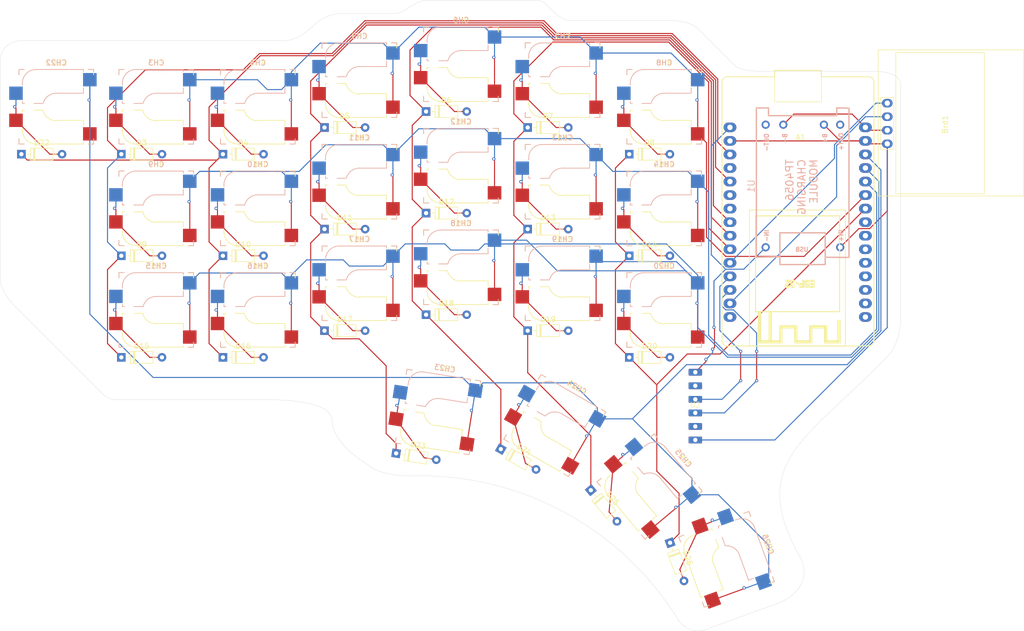
<source format=kicad_pcb>
(kicad_pcb (version 20241229) (generator "pcbnew") (generator_version "9.0")
  (layers (0 "F.Cu" signal) (2 "B.Cu" signal) (13 "F.Paste" user) (15 "B.Paste" user) (5 "F.SilkS" user "F.Silkscreen") (7 "B.SilkS" user "B.Silkscreen") (1 "F.Mask" user) (3 "B.Mask" user) (25 "Edge.Cuts" user))
  (net 0 "")
  (net 1 "Net-(D4-A)")
  (net 2 "Net-(D5-A)")
  (net 3 "Net-(D3-A)")
  (net 4 "Net-(D6-A)")
  (net 5 "Net-(D7-A)")
  (net 6 "Net-(D8-A)")
  (net 7 "Net-(D9-A)")
  (net 8 "VCC")
  (net 9 "/Row1")
  (net 10 "/Col4")
  (net 11 "Earth")
  (net 12 "Net-(D10-A)")
  (net 13 "Net-(D11-A)")
  (net 14 "Net-(D12-A)")
  (net 15 "Net-(D13-A)")
  (net 16 "Net-(D14-A)")
  (net 17 "/Row4")
  (net 18 "Net-(D15-A)")
  (net 19 "Net-(D16-A)")
  (net 20 "Net-(D17-A)")
  (net 21 "Net-(D18-A)")
  (net 22 "Net-(D19-A)")
  (net 23 "Net-(D20-A)")
  (net 24 "Net-(D22-A)")
  (net 25 "/Col1")
  (net 26 "Net-(D23-A)")
  (net 27 "Net-(D24-A)")
  (net 28 "Net-(D25-A)")
  (net 29 "Net-(D26-A)")
  (net 30 "/Col5")
  (net 31 "/Col6")
  (net 32 "/Row2")
  (net 33 "/Col2")
  (net 34 "/Col3")
  (net 35 "/Row3")
  (net 45 "/RX")
  (net 47 "/TX")
  (net 50 "-3V3")
  (net 51 "/SDA")
  (net 52 "/SCL")
  (net 53 "Net-(BT1-+)")
  (net 54 "Net-(BT1--)")
  (footprint "Library:Kailh_socket_MX_reversible" (layer "F.Cu") (at 196.863462 145.501639 -70)
    (property "Reference" "CH26")
    (property "Value" "KS33_SW_HS")
  )
  (footprint "Library:Kailh_socket_MX_reversible" (layer "F.Cu") (at 147.06 90.738)
    (property "Reference" "CH18")
    (property "Value" "KS33_SW_HS")
  )
  (footprint "Library:Kailh_socket_MX_reversible" (layer "F.Cu") (at 166.11 74.688)
    (property "Reference" "CH13")
    (property "Value" "KS33_SW_HS")
  )
  (footprint "Diode_THT:D_DO-35_SOD27_P7.62mm_Horizontal" (layer "F.Cu") (at 83.366 88.578)
    (property "Reference" "D9")
    (property "Value" "1N4148")
  )
  (footprint "Library:Kailh_socket_MX_reversible" (layer "F.Cu") (at 166.11 93.738)
    (property "Reference" "CH19")
    (property "Value" "KS33_SW_HS")
  )
  (footprint "Library:Kailh_socket_MX_reversible" (layer "F.Cu") (at 147.06 71.688)
    (property "Reference" "CH12")
    (property "Value" "KS33_SW_HS")
  )
  (footprint "Diode_THT:D_DO-35_SOD27_P7.62mm_Horizontal" (layer "F.Cu") (at 159.566 102.628)
    (property "Reference" "D19")
    (property "Value" "1N4148")
  )
  (footprint "Library:Kailh_socket_MX_reversible" (layer "F.Cu") (at 182.426 131.838 -50)
    (property "Reference" "CH25")
    (property "Value" "KS33_SW_HS")
  )
  (footprint "PCM_SL_Development_Boards:DOIT_ESP32_DEVKIT_30Pins" (layer "F.Cu") (at 197.5 64.5)
    (property "Reference" "A1")
    (property "Value" "ESP32_DevKit_V1_DOIT_30GPIOs")
  )
  (footprint "Library:Kailh_socket_MX_reversible" (layer "F.Cu") (at 185.16 98.738)
    (property "Reference" "CH20")
    (property "Value" "KS33_SW_HS")
  )
  (footprint "Library:Kailh_socket_MX_reversible" (layer "F.Cu") (at 128.01 55.638)
    (property "Reference" "CH5")
    (property "Value" "KS33_SW_HS")
  )
  (footprint "Diode_THT:D_DO-35_SOD27_P7.62mm_Horizontal" (layer "F.Cu") (at 102.416 107.628)
    (property "Reference" "D16")
    (property "Value" "1N4148")
  )
  (footprint "Diode_THT:D_DO-35_SOD27_P7.62mm_Horizontal" (layer "F.Cu") (at 83.366 69.528)
    (property "Reference" "D3")
    (property "Value" "1N4148")
  )
  (footprint "Diode_THT:D_DO-35_SOD27_P7.62mm_Horizontal" (layer "F.Cu") (at 140.516 80.578)
    (property "Reference" "D12")
    (property "Value" "1N4148")
  )
  (footprint "Library:Kailh_socket_MX_reversible" (layer "F.Cu") (at 147.06 52.638)
    (property "Reference" "CH6")
    (property "Value" "KS33_SW_HS")
  )
  (footprint "Diode_THT:D_DO-35_SOD27_P7.62mm_Horizontal" (layer "F.Cu") (at 178.616 88.578)
    (property "Reference" "D14")
    (property "Value" "1N4148")
  )
  (footprint "Library:Kailh_socket_MX_reversible" (layer "F.Cu") (at 89.91 79.688)
    (property "Reference" "CH9")
    (property "Value" "KS33_SW_HS")
  )
  (footprint "Library:CH340C_pins" (layer "F.Cu") (at 191 117.04)
    (property "Reference" "U2")
    (property "Value" "~")
  )
  (footprint "Diode_THT:D_DO-35_SOD27_P7.62mm_Horizontal" (layer "F.Cu") (at 154.53373 124.834966 -30)
    (property "Reference" "D24")
    (property "Value" "1N4148")
  )
  (footprint "Library:Kailh_socket_MX_reversible" (layer "F.Cu") (at 128.01 93.738)
    (property "Reference" "CH17")
    (property "Value" "KS33_SW_HS")
  )
  (footprint "Library:Kailh_socket_MX_reversible" (layer "F.Cu") (at 128.01 74.688)
    (property "Reference" "CH11")
    (property "Value" "KS33_SW_HS")
  )
  (footprint "Diode_THT:D_DO-35_SOD27_P7.62mm_Horizontal" (layer "F.Cu") (at 178.616 69.528)
    (property "Reference" "D8")
    (property "Value" "1N4148")
  )
  (footprint "Library:Kailh_socket_MX_reversible" (layer "F.Cu") (at 108.96 79.688)
    (property "Reference" "CH10")
    (property "Value" "KS33_SW_HS")
  )
  (footprint "Diode_THT:D_DO-35_SOD27_P7.62mm_Horizontal" (layer "F.Cu") (at 171.409463 132.539387 -50)
    (property "Reference" "D25")
    (property "Value" "1N4148")
  )
  (footprint "Diode_THT:D_DO-35_SOD27_P7.62mm_Horizontal" (layer "F.Cu") (at 134.898063 125.624843 -9)
    (property "Reference" "D23")
    (property "Value" "1N4148")
  )
  (footprint "Diode_THT:D_DO-35_SOD27_P7.62mm_Horizontal" (layer "F.Cu") (at 102.416 69.528)
    (property "Reference" "D4")
    (property "Value" "1N4148")
  )
  (footprint "Diode_THT:D_DO-35_SOD27_P7.62mm_Horizontal" (layer "F.Cu") (at 159.566 64.528)
    (property "Reference" "D7")
    (property "Value" "1N4148")
  )
  (footprint "Diode_THT:D_DO-35_SOD27_P7.62mm_Horizontal" (layer "F.Cu") (at 83.366 107.628)
    (property "Reference" "D15")
    (property "Value" "1N4148")
  )
  (footprint "Library:Kailh_socket_MX_reversible" (layer "F.Cu") (at 89.91 98.738)
    (property "Reference" "CH15")
    (property "Value" "KS33_SW_HS")
  )
  (footprint "Library:Kailh_socket_MX_reversible" (layer "F.Cu") (at 108.96 60.638)
    (property "Reference" "CH4")
    (property "Value" "KS33_SW_HS")
  )
  (footprint "Library:Kailh_socket_MX_reversible" (layer "F.Cu") (at 185.16 60.638)
    (property "Reference" "CH8")
    (property "Value" "KS33_SW_HS")
  )
  (footprint "Diode_THT:D_DO-35_SOD27_P7.62mm_Horizontal" (layer "F.Cu") (at 140.516 99.628)
    (property "Reference" "D18")
    (property "Value" "1N4148")
  )
  (footprint "Library:Kailh_socket_MX_reversible" (layer "F.Cu") (at 185.16 79.688)
    (property "Reference" "CH14")
    (property "Value" "KS33_SW_HS")
  )
  (footprint "Library:SSD1306" (layer "F.Cu") (at 237.6 63.96 90)
    (property "Reference" "Brd1")
    (property "Value" "SSD1306")
  )
  (footprint "Diode_THT:D_DO-35_SOD27_P7.62mm_Horizontal" (layer "F.Cu") (at 102.416 88.578)
    (property "Reference" "D10")
    (property "Value" "1N4148")
  )
  (footprint "Diode_THT:D_DO-35_SOD27_P7.62mm_Horizontal" (layer "F.Cu") (at 186.271415 142.39285 -70)
    (property "Reference" "D26")
    (property "Value" "1N4148")
  )
  (footprint "Diode_THT:D_DO-35_SOD27_P7.62mm_Horizontal" (layer "F.Cu") (at 159.566 83.578)
    (property "Reference" "D13")
    (property "Value" "1N4148")
  )
  (footprint "Library:Kailh_socket_MX_reversible" (layer "F.Cu") (at 166.11 55.638)
    (property "Reference" "CH7")
    (property "Value" "KS33_SW_HS")
  )
  (footprint "Diode_THT:D_DO-35_SOD27_P7.62mm_Horizontal" (layer "F.Cu") (at 121.466 102.628)
    (property "Reference" "D17")
    (property "Value" "1N4148")
  )
  (footprint "Diode_THT:D_DO-35_SOD27_P7.62mm_Horizontal" (layer "F.Cu") (at 140.516 61.528)
    (property "Reference" "D6")
    (property "Value" "1N4148")
  )
  (footprint "Diode_THT:D_DO-35_SOD27_P7.62mm_Horizontal" (layer "F.Cu") (at 64.627881 69.528)
    (property "Reference" "D22")
    (property "Value" "1N4148")
  )
  (footprint "Library:Kailh_socket_MX_reversible" (layer "F.Cu") (at 164.646 120.408 -30)
    (property "Reference" "CH24")
    (property "Value" "KS33_SW_HS")
  )
  (footprint "Diode_THT:D_DO-35_SOD27_P7.62mm_Horizontal" (layer "F.Cu") (at 121.466 64.528)
    (property "Reference" "D5")
    (property "Value" "1N4148")
  )
  (footprint "Library:Kailh_socket_MX_reversible" (layer "F.Cu") (at 71.171881 60.638)
    (property "Reference" "CH22")
    (property "Value" "KS33_SW_HS")
  )
  (footprint "Library:Kailh_socket_MX_reversible" (layer "F.Cu") (at 108.96 98.738)
    (property "Reference" "CH16")
    (property "Value" "KS33_SW_HS")
  )
  (footprint "Library:Kailh_socket_MX_reversible" (layer "F.Cu") (at 142.752198 117.868 -9)
    (property "Reference" "CH23")
    (property "Value" "KS33_SW_HS")
  )
  (footprint "Library:Kailh_socket_MX_reversible" (layer "F.Cu") (at 89.91 60.638)
    (property "Reference" "CH3")
    (property "Value" "KS33_SW_HS")
  )
  (footprint "Diode_THT:D_DO-35_SOD27_P7.62mm_Horizontal" (layer "F.Cu") (at 121.466 83.578)
    (property "Reference" "D11")
    (property "Value" "1N4148")
  )
  (footprint "Diode_THT:D_DO-35_SOD27_P7.62mm_Horizontal" (layer "F.Cu") (at 178.616 107.628)
    (property "Reference" "D20")
    (property "Value" "1N4148")
  )
  (footprint "Library:HAYATEC TP4056 LIPO CHARGING MODULE" (layer "B.Cu") (at 211.056 76.065 -90)
    (property "Reference" "U1")
    (property "Value" "~")
  )
  (gr_curve (pts (xy 159.7 40.64) (xy 162.24 40.64) (xy 162.24 40.64) (xy 164.145 42.545)) (stroke (width 0.05)) (layer "Edge.Cuts"))
  (gr_arc (start 60.64 52.07) (mid 61.755923 49.375923) (end 64.45 48.26) (stroke (width 0.05)) (layer "Edge.Cuts"))
  (gr_line (start 124.14 43.18) (end 133.03 43.18) (stroke (width 0.05)) (layer "Edge.Cuts"))
  (gr_curve (pts (xy 191.5 46) (xy 189.95 44.45) (xy 186.37 44.45) (xy 186.37 44.45)) (stroke (width 0.05)) (layer "Edge.Cuts"))
  (gr_curve (pts (xy 210.5 144.78) (xy 213.848159 151.067033) (xy 206.69 153.67) (xy 206.69 153.67)) (stroke (width 0.05)) (layer "Edge.Cuts"))
  (gr_line (start 140.65 40.64) (end 159.7 40.64) (stroke (width 0.05)) (layer "Edge.Cuts"))
  (gr_curve (pts (xy 111 115.57) (xy 114.5 115.57) (xy 122.87 116) (xy 122.87 119.38)) (stroke (width 0.05)) (layer "Edge.Cuts"))
  (gr_line (start 191.5 46) (end 198.5 53) (stroke (width 0.05)) (layer "Edge.Cuts"))
  (gr_curve (pts (xy 133.03 43.18) (xy 135.57 43.18) (xy 135.57 43.18) (xy 137.475 41.91)) (stroke (width 0.05)) (layer "Edge.Cuts"))
  (gr_curve (pts (xy 164.145 42.545) (xy 166.05 44.45) (xy 167.32 44.45) (xy 167.32 44.45)) (stroke (width 0.05)) (layer "Edge.Cuts"))
  (gr_line (start 203.5 54) (end 225 54) (stroke (width 0.05)) (layer "Edge.Cuts"))
  (gr_curve (pts (xy 139.38 129.822924) (xy 133.100075 130.170739) (xy 130.542563 128.425554) (xy 130.542563 128.425554)) (stroke (width 0.05)) (layer "Edge.Cuts"))
  (gr_curve (pts (xy 227 107.5) (xy 229.5 105) (xy 229.5 100.5) (xy 229.5 100.5)) (stroke (width 0.05)) (layer "Edge.Cuts"))
  (gr_arc (start 139.38 129.822924) (mid 166.829985 136.886761) (end 187.460481 156.323379) (stroke (width 0.05)) (layer "Edge.Cuts"))
  (gr_curve (pts (xy 122.87 119.38) (xy 122.87 123.19) (xy 127.985042 126.680369) (xy 127.985042 126.680369)) (stroke (width 0.05)) (layer "Edge.Cuts"))
  (gr_line (start 227 107.5) (end 224.5 110) (stroke (width 0.05)) (layer "Edge.Cuts"))
  (gr_curve (pts (xy 210.5 144.78) (xy 201 128) (xy 211.5 123) (xy 224.5 110)) (stroke (width 0.05)) (layer "Edge.Cuts"))
  (gr_line (start 60.64 52.07) (end 60.64 92.71) (stroke (width 0.05)) (layer "Edge.Cuts"))
  (gr_curve (pts (xy 229.5 56.5) (xy 229.5 54) (xy 225 54) (xy 225 54)) (stroke (width 0.05)) (layer "Edge.Cuts"))
  (gr_line (start 64.45 48.26) (end 113.98 48.26) (stroke (width 0.05)) (layer "Edge.Cuts"))
  (gr_curve (pts (xy 60.64 92.71) (xy 60.64 95.25) (xy 63.18 97.79) (xy 63.18 97.79)) (stroke (width 0.05)) (layer "Edge.Cuts"))
  (gr_line (start 130.542563 128.425553) (end 127.985042 126.680369) (stroke (width 0.05)) (layer "Edge.Cuts"))
  (gr_line (start 111 115.57) (end 82.23 115.57) (stroke (width 0.05)) (layer "Edge.Cuts"))
  (gr_line (start 167.32 44.45) (end 186.37 44.45) (stroke (width 0.05)) (layer "Edge.Cuts"))
  (gr_curve (pts (xy 198.5 53) (xy 199.5 54) (xy 203.5 54) (xy 203.5 54)) (stroke (width 0.05)) (layer "Edge.Cuts"))
  (gr_line (start 63.18 97.79) (end 79.69 114.3) (stroke (width 0.05)) (layer "Edge.Cuts"))
  (gr_curve (pts (xy 137.475 41.91) (xy 139.38 40.64) (xy 140.65 40.64) (xy 140.65 40.64)) (stroke (width 0.05)) (layer "Edge.Cuts"))
  (gr_curve (pts (xy 79.69 114.3) (xy 80.96 115.57) (xy 82.23 115.57) (xy 82.23 115.57)) (stroke (width 0.05)) (layer "Edge.Cuts"))
  (gr_line (start 229.5 56.5) (end 229.5 100.5) (stroke (width 0.05)) (layer "Edge.Cuts"))
  (gr_curve (pts (xy 187.460481 156.323379) (xy 189.534717 159.887601) (xy 192.72 158.75) (xy 192.72 158.75)) (stroke (width 0.05)) (layer "Edge.Cuts"))
  (gr_curve (pts (xy 113.98 48.26) (xy 116.52 48.26) (xy 119.06 45.72) (xy 119.06 45.72)) (stroke (width 0.05)) (layer "Edge.Cuts"))
  (gr_line (start 192.72 158.75) (end 206.69 153.67) (stroke (width 0.05)) (layer "Edge.Cuts"))
  (gr_curve (pts (xy 119.06 45.72) (xy 121.6 43.18) (xy 124.14 43.18) (xy 124.14 43.18)) (stroke (width 0.05)) (layer "Edge.Cuts"))
  (segment (start 101.4 60.892) (end 101.146 60.638) (width 0.2) (layer "F.Cu") (net 1))
  (segment (start 107.75 69.528) (end 110.036 69.528) (width 0.2) (layer "F.Cu") (net 1))
  (segment (start 101.4 63.178) (end 107.75 69.528) (width 0.2) (layer "F.Cu") (net 1))
  (segment (start 101.4 63.178) (end 101.4 60.892) (width 0.2) (layer "F.Cu") (net 1))
  (via (at 101.146 60.638) (size 0.6) (drill 0.3) (layers "F.Cu" "B.Cu") (net 1))
  (segment (start 101.4 60.384) (end 101.146 60.638) (width 0.2) (layer "B.Cu") (net 1))
  (segment (start 101.4 58.098) (end 101.4 60.384) (width 0.2) (layer "B.Cu") (net 1))
  (segment (start 126.8 64.528) (end 129.086 64.528) (width 0.2) (layer "F.Cu") (net 2))
  (segment (start 120.45 58.178) (end 126.8 64.528) (width 0.2) (layer "F.Cu") (net 2))
  (segment (start 120.45 55.892) (end 120.196 55.638) (width 0.2) (layer "F.Cu") (net 2))
  (segment (start 120.45 58.178) (end 120.45 55.892) (width 0.2) (layer "F.Cu") (net 2))
  (via (at 120.196 55.638) (size 0.6) (drill 0.3) (layers "F.Cu" "B.Cu") (net 2))
  (segment (start 120.45 53.098) (end 120.45 55.384) (width 0.2) (layer "B.Cu") (net 2))
  (segment (start 120.45 55.384) (end 120.196 55.638) (width 0.2) (layer "B.Cu") (net 2))
  (segment (start 88.7 69.528) (end 90.986 69.528) (width 0.2) (layer "F.Cu") (net 3))
  (segment (start 82.35 63.178) (end 88.7 69.528) (width 0.2) (layer "F.Cu") (net 3))
  (segment (start 82.35 60.892) (end 82.096 60.638) (width 0.2) (layer "F.Cu") (net 3))
  (segment (start 82.35 63.178) (end 82.35 60.892) (width 0.2) (layer "F.Cu") (net 3))
  (via (at 82.096 60.638) (size 0.6) (drill 0.3) (layers "F.Cu" "B.Cu") (net 3))
  (segment (start 82.35 58.098) (end 82.35 60.384) (width 0.2) (layer "B.Cu") (net 3))
  (segment (start 82.35 60.384) (end 82.096 60.638) (width 0.2) (layer "B.Cu") (net 3))
  (segment (start 139.5 52.892) (end 139.246 52.638) (width 0.2) (layer "F.Cu") (net 4))
  (segment (start 139.5 55.178) (end 139.5 52.892) (width 0.2) (layer "F.Cu") (net 4))
  (segment (start 139.5 55.178) (end 145.85 61.528) (width 0.2) (layer "F.Cu") (net 4))
  (segment (start 145.85 61.528) (end 148.136 61.528) (width 0.2) (layer "F.Cu") (net 4))
  (via (at 139.246 52.638) (size 0.6) (drill 0.3) (layers "F.Cu" "B.Cu") (net 4))
  (segment (start 139.5 52.384) (end 139.246 52.638) (width 0.2) (layer "B.Cu") (net 4))
  (segment (start 139.5 50.098) (end 139.5 52.384) (width 0.2) (layer "B.Cu") (net 4))
  (segment (start 164.9 64.528) (end 167.186 64.528) (width 0.2) (layer "F.Cu") (net 5))
  (segment (start 158.55 58.178) (end 158.55 55.892) (width 0.2) (layer "F.Cu") (net 5))
  (segment (start 158.55 58.178) (end 164.9 64.528) (width 0.2) (layer "F.Cu") (net 5))
  (segment (start 158.55 55.892) (end 158.296 55.638) (width 0.2) (layer "F.Cu") (net 5))
  (via (at 158.296 55.638) (size 0.6) (drill 0.3) (layers "F.Cu" "B.Cu") (net 5))
  (segment (start 158.55 55.384) (end 158.296 55.638) (width 0.2) (layer "B.Cu") (net 5))
  (segment (start 158.55 53.098) (end 158.55 55.384) (width 0.2) (layer "B.Cu") (net 5))
  (segment (start 177.6 60.892) (end 177.346 60.638) (width 0.2) (layer "F.Cu") (net 6))
  (segment (start 177.6 63.178) (end 177.6 60.892) (width 0.2) (layer "F.Cu") (net 6))
  (segment (start 177.6 63.178) (end 183.95 69.528) (width 0.2) (layer "F.Cu") (net 6))
  (segment (start 183.95 69.528) (end 186.236 69.528) (width 0.2) (layer "F.Cu") (net 6))
  (via (at 177.346 60.638) (size 0.6) (drill 0.3) (layers "F.Cu" "B.Cu") (net 6))
  (segment (start 177.6 60.384) (end 177.346 60.638) (width 0.2) (layer "B.Cu") (net 6))
  (segment (start 177.6 58.098) (end 177.6 60.384) (width 0.2) (layer "B.Cu") (net 6))
  (segment (start 82.35 82.228) (end 88.7 88.578) (width 0.2) (layer "F.Cu") (net 7))
  (segment (start 82.35 82.228) (end 82.35 79.942) (width 0.2) (layer "F.Cu") (net 7))
  (segment (start 88.7 88.578) (end 90.986 88.578) (width 0.2) (layer "F.Cu") (net 7))
  (segment (start 82.35 79.942) (end 82.096 79.688) (width 0.2) (layer "F.Cu") (net 7))
  (via (at 82.096 79.688) (size 0.6) (drill 0.3) (layers "F.Cu" "B.Cu") (net 7))
  (segment (start 82.35 79.434) (end 82.096 79.688) (width 0.2) (layer "B.Cu") (net 7))
  (segment (start 82.35 77.148) (end 82.35 79.434) (width 0.2) (layer "B.Cu") (net 7))
  (segment (start 223.44 65.04) (end 222.9 64.5) (width 0.2) (layer "F.Cu") (net 8))
  (segment (start 209.5 62) (end 220.4 62) (width 0.2) (layer "F.Cu") (net 8))
  (segment (start 220.4 62) (end 222.9 64.5) (width 0.2) (layer "F.Cu") (net 8))
  (segment (start 227 65.04) (end 223.44 65.04) (width 0.2) (layer "F.Cu") (net 8))
  (segment (start 207.5 64) (end 209.5 62) (width 0.2) (layer "F.Cu") (net 8))
  (segment (start 211.401 88.699) (end 222.9 77.2) (width 0.2) (layer "F.Cu") (net 9))
  (segment (start 115.25 65.718) (end 115.25 59.502) (width 0.2) (layer "F.Cu") (net 9))
  (segment (start 193.099 85.09547) (end 196.70253 88.699) (width 0.2) (layer "F.Cu") (net 9))
  (segment (start 191.45 65.718) (end 191.45 59.502) (width 0.2) (layer "F.Cu") (net 9))
  (segment (start 96.2 59.502) (end 96.066 59.368) (width 0.2) (layer "F.Cu") (net 9))
  (segment (start 153.35 57.718) (end 153.35 51.502) (width 0.2) (layer "F.Cu") (net 9))
  (segment (start 96.2 65.718) (end 96.2 59.502) (width 0.2) (layer "F.Cu") (net 9))
  (segment (start 172.4 60.718) (end 172.4 54.502) (width 0.2) (layer "F.Cu") (net 9))
  (segment (start 193.099 67.367) (end 193.099 85.09547) (width 0.2) (layer "F.Cu") (net 9))
  (segment (start 172.4 54.502) (end 172.266 54.368) (width 0.2) (layer "F.Cu") (net 9))
  (segment (start 153.35 51.502) (end 153.216 51.368) (width 0.2) (layer "F.Cu") (net 9))
  (segment (start 191.45 65.718) (end 193.099 67.367) (width 0.2) (layer "F.Cu") (net 9))
  (segment (start 134.3 60.718) (end 134.3 54.502) (width 0.2) (layer "F.Cu") (net 9))
  (segment (start 196.70253 88.699) (end 211.401 88.699) (width 0.2) (layer "F.Cu") (net 9))
  (segment (start 191.45 59.502) (end 191.316 59.368) (width 0.2) (layer "F.Cu") (net 9))
  (segment (start 134.3 54.502) (end 134.166 54.368) (width 0.2) (layer "F.Cu") (net 9))
  (segment (start 115.25 59.502) (end 115.116 59.368) (width 0.2) (layer "F.Cu") (net 9))
  (via (at 191.316 59.368) (size 0.6) (drill 0.3) (layers "F.Cu" "B.Cu") (net 9))
  (via (at 134.166 54.368) (size 0.6) (drill 0.3) (layers "F.Cu" "B.Cu") (net 9))
  (via (at 153.216 51.368) (size 0.6) (drill 0.3) (layers "F.Cu" "B.Cu") (net 9))
  (via (at 115.116 59.368) (size 0.6) (drill 0.3) (layers "F.Cu" "B.Cu") (net 9))
  (via (at 96.066 59.368) (size 0.6) (drill 0.3) (layers "F.Cu" "B.Cu") (net 9))
  (via (at 172.266 54.368) (size 0.6) (drill 0.3) (layers "F.Cu" "B.Cu") (net 9))
  (segment (start 108.882291 55.558) (end 96.2 55.558) (width 0.2) (layer "B.Cu") (net 9))
  (segment (start 151.499 45.707) (end 139.151 45.707) (width 0.2) (layer "B.Cu") (net 9))
  (segment (start 115.25 55.558) (end 113.399 57.409) (width 0.2) (layer "B.Cu") (net 9))
  (segment (start 96.2 55.558) (end 96.2 59.234) (width 0.2) (layer "B.Cu") (net 9))
  (segment (start 186.45 50.558) (end 172.4 50.558) (width 0.2) (layer "B.Cu") (net 9))
  (segment (start 120.651 48.707) (end 132.449 48.707) (width 0.2) (layer "B.Cu") (net 9))
  (segment (start 191.45 55.558) (end 186.45 50.558) (width 0.2) (layer "B.Cu") (net 9))
  (segment (start 115.25 55.558) (end 115.25 59.234) (width 0.2) (layer "B.Cu") (net 9))
  (segment (start 132.449 48.707) (end 134.3 50.558) (width 0.2) (layer "B.Cu") (net 9))
  (segment (start 153.35 51.234) (end 153.216 51.368) (width 0.2) (layer "B.Cu") (net 9))
  (segment (start 134.3 54.234) (end 134.166 54.368) (width 0.2) (layer "B.Cu") (net 9))
  (segment (start 153.35 47.558) (end 153.35 51.234) (width 0.2) (layer "B.Cu") (net 9))
  (segment (start 115.25 55.558) (end 115.25 54.108) (width 0.2) (layer "B.Cu") (net 9))
  (segment (start 191.45 59.234) (end 191.316 59.368) (width 0.2) (layer "B.Cu") (net 9))
  (segment (start 172.4 54.234) (end 172.266 54.368) (width 0.2) (layer "B.Cu") (net 9))
  (segment (start 153.35 47.558) (end 151.499 45.707) (width 0.2) (layer "B.Cu") (net 9))
  (segment (start 115.25 54.108) (end 120.651 48.707) (width 0.2) (layer "B.Cu") (net 9))
  (segment (start 134.3 50.558) (end 134.3 54.234) (width 0.2) (layer "B.Cu") (net 9))
  (segment (start 172.4 50.558) (end 172.4 54.234) (width 0.2) (layer "B.Cu") (net 9))
  (segment (start 110.733291 57.409) (end 108.882291 55.558) (width 0.2) (layer "B.Cu") (net 9))
  (segment (start 169.4 47.558) (end 153.35 47.558) (width 0.2) (layer "B.Cu") (net 9))
  (segment (start 191.45 55.558) (end 191.45 59.234) (width 0.2) (layer "B.Cu") (net 9))
  (segment (start 113.399 57.409) (end 110.733291 57.409) (width 0.2) (layer "B.Cu") (net 9))
  (segment (start 139.151 45.707) (end 134.3 50.558) (width 0.2) (layer "B.Cu") (net 9))
  (segment (start 115.25 59.234) (end 115.116 59.368) (width 0.2) (layer "B.Cu") (net 9))
  (segment (start 172.4 50.558) (end 169.4 47.558) (width 0.2) (layer "B.Cu") (net 9))
  (segment (start 96.2 59.234) (end 96.066 59.368) (width 0.2) (layer "B.Cu") (net 9))
  (segment (start 194 55.9329) (end 194 81.32) (width 0.2) (layer "F.Cu") (net 10))
  (segment (start 137.924 97.036) (end 140.516 99.628) (width 0.2) (layer "F.Cu") (net 10))
  (segment (start 164.446391 48.099) (end 186.1661 48.099) (width 0.2) (layer "F.Cu") (net 10))
  (segment (start 137.5 58.512) (end 137.5 50) (width 0.2) (layer "F.Cu") (net 10))
  (segment (start 154.53373 113.64573) (end 154.53373 124.834966) (width 0.2) (layer "F.Cu") (net 10))
  (segment (start 137.924 83.17) (end 137.924 97.036) (width 0.2) (layer "F.Cu") (net 10))
  (segment (start 137.924 64.12) (end 137.924 77.986) (width 0.2) (layer "F.Cu") (net 10))
  (segment (start 140.516 80.578) (end 137.924 83.17) (width 0.2) (layer "F.Cu") (net 10))
  (segment (start 140.516 99.628) (end 154.53373 113.64573) (width 0.2) (layer "F.Cu") (net 10))
  (segment (start 140.516 61.528) (end 137.924 64.12) (width 0.2) (layer "F.Cu") (net 10))
  (segment (start 186.1661 48.099) (end 194 55.9329) (width 0.2) (layer "F.Cu") (net 10))
  (segment (start 194 81.32) (end 197.5 84.82) (width 0.2) (layer "F.Cu") (net 10))
  (segment (start 137.924 77.986) (end 140.516 80.578) (width 0.2) (layer "F.Cu") (net 10))
  (segment (start 162.054391 45.707) (end 164.446391 48.099) (width 0.2) (layer "F.Cu") (net 10))
  (segment (start 137.5 50) (end 141.793 45.707) (width 0.2) (layer "F.Cu") (net 10))
  (segment (start 140.516 61.528) (end 137.5 58.512) (width 0.2) (layer "F.Cu") (net 10))
  (segment (start 141.793 45.707) (end 162.054391 45.707) (width 0.2) (layer "F.Cu") (net 10))
  (segment (start 223.44 67.58) (end 222.9 67.04) (width 0.2) (layer "F.Cu") (net 11))
  (segment (start 227 80.17847) (end 227 67.58) (width 0.2) (layer "F.Cu") (net 11))
  (segment (start 221.674 83.481) (end 223.69747 83.481) (width 0.2) (layer "F.Cu") (net 11))
  (segment (start 218.16 67.04) (end 215.12 64) (width 0.2) (layer "F.Cu") (net 11))
  (segment (start 218.168 86.987) (end 221.674 83.481) (width 0.2) (layer "F.Cu") (net 11))
  (segment (start 227 67.58) (end 223.44 67.58) (width 0.2) (layer "F.Cu") (net 11))
  (segment (start 223.69747 83.481) (end 227 80.17847) (width 0.2) (layer "F.Cu") (net 11))
  (segment (start 222.9 67.04) (end 218.16 67.04) (width 0.2) (layer "F.Cu") (net 11))
  (segment (start 197.5 67.04) (end 222.9 67.04) (width 0.2) (layer "F.Cu") (net 11))
  (segment (start 205.9152 123.12) (end 227 102.0352) (width 0.2) (layer "B.Cu") (net 11))
  (segment (start 191 123.12) (end 205.9152 123.12) (width 0.2) (layer "B.Cu") (net 11))
  (segment (start 227 102.0352) (end 227 67.58) (width 0.2) (layer "B.Cu") (net 11))
  (segment (start 101.4 82.228) (end 101.4 79.942) (width 0.2) (layer "F.Cu") (net 12))
  (segment (start 107.75 88.578) (end 110.036 88.578) (width 0.2) (layer "F.Cu") (net 12))
  (segment (start 101.4 79.942) (end 101.146 79.688) (width 0.2) (layer "F.Cu") (net 12))
  (segment (start 101.4 82.228) (end 107.75 88.578) (width 0.2) (layer "F.Cu") (net 12))
  (via (at 101.146 79.688) (size 0.6) (drill 0.3) (layers "F.Cu" "B.Cu") (net 12))
  (segment (start 101.4 79.434) (end 101.146 79.688) (width 0.2) (layer "B.Cu") (net 12))
  (segment (start 101.4 77.148) (end 101.4 79.434) (width 0.2) (layer "B.Cu") (net 12))
  (segment (start 120.45 77.228) (end 126.8 83.578) (width 0.2) (layer "F.Cu") (net 13))
  (segment (start 120.45 77.228) (end 120.45 74.942) (width 0.2) (layer "F.Cu") (net 13))
  (segment (start 120.45 74.942) (end 120.196 74.688) (width 0.2) (layer "F.Cu") (net 13))
  (segment (start 126.8 83.578) (end 129.086 83.578) (width 0.2) (layer "F.Cu") (net 13))
  (via (at 120.196 74.688) (size 0.6) (drill 0.3) (layers "F.Cu" "B.Cu") (net 13))
  (segment (start 120.45 72.148) (end 120.45 74.434) (width 0.2) (layer "B.Cu") (net 13))
  (segment (start 120.45 74.434) (end 120.196 74.688) (width 0.2) (layer "B.Cu") (net 13))
  (segment (start 139.5 74.228) (end 139.5 71.942) (width 0.2) (layer "F.Cu") (net 14))
  (segment (start 145.85 80.578) (end 148.136 80.578) (width 0.2) (layer "F.Cu") (net 14))
  (segment (start 139.5 71.942) (end 139.246 71.688) (width 0.2) (layer "F.Cu") (net 14))
  (segment (start 139.5 74.228) (end 145.85 80.578) (width 0.2) (layer "F.Cu") (net 14))
  (via (at 139.246 71.688) (size 0.6) (drill 0.3) (layers "F.Cu" "B.Cu") (net 14))
  (segment (start 139.5 69.148) (end 139.5 71.434) (width 0.2) (layer "B.Cu") (net 14))
  (segment (start 139.5 71.434) (end 139.246 71.688) (width 0.2) (layer "B.Cu") (net 14))
  (segment (start 158.55 77.228) (end 164.9 83.578) (width 0.2) (layer "F.Cu") (net 15))
  (segment (start 158.55 77.228) (end 158.55 74.942) (width 0.2) (layer "F.Cu") (net 15))
  (segment (start 158.55 74.942) (end 158.296 74.688) (width 0.2) (layer "F.Cu") (net 15))
  (segment (start 164.9 83.578) (end 167.186 83.578) (width 0.2) (layer "F.Cu") (net 15))
  (via (at 158.296 74.688) (size 0.6) (drill 0.3) (layers "F.Cu" "B.Cu") (net 15))
  (segment (start 158.55 72.148) (end 158.55 74.434) (width 0.2) (layer "B.Cu") (net 15))
  (segment (start 158.55 74.434) (end 158.296 74.688) (width 0.2) (layer "B.Cu") (net 15))
  (segment (start 177.6 82.228) (end 177.6 79.942) (width 0.2) (layer "F.Cu") (net 16))
  (segment (start 177.6 82.228) (end 183.95 88.578) (width 0.2) (layer "F.Cu") (net 16))
  (segment (start 177.6 79.942) (end 177.346 79.688) (width 0.2) (layer "F.Cu") (net 16))
  (segment (start 183.95 88.578) (end 186.236 88.578) (width 0.2) (layer "F.Cu") (net 16))
  (via (at 177.346 79.688) (size 0.6) (drill 0.3) (layers "F.Cu" "B.Cu") (net 16))
  (segment (start 177.6 79.434) (end 177.346 79.688) (width 0.2) (layer "B.Cu") (net 16))
  (segment (start 177.6 77.148) (end 177.6 79.434) (width 0.2) (layer "B.Cu") (net 16))
  (segment (start 194.241131 153.149768) (end 200.08226 151.023771) (width 0.2) (layer "F.Cu") (net 17))
  (segment (start 167.5533 127.952409) (end 170.6613 122.569195) (width 0.2) (layer "F.Cu") (net 17))
  (segment (start 148.170071 123.869431) (end 149.142467 117.729959) (width 0.2) (layer "F.Cu") (net 17))
  (segment (start 170.6613 122.569195) (end 170.612253 122.386148) (width 0.2) (layer "F.Cu") (net 17))
  (segment (start 149.142467 117.729959) (end 149.03108 117.576648) (width 0.2) (layer "F.Cu") (net 17))
  (segment (start 77.461881 59.502) (end 77.327881 59.368) (width 0.2) (layer "F.Cu") (net 17))
  (segment (start 182.577629 139.921781) (end 187.339361 135.926213) (width 0.2) (layer "F.Cu") (net 17))
  (segment (start 77.461881 65.718) (end 77.461881 59.502) (width 0.2) (layer "F.Cu") (net 17))
  (segment (start 187.339361 135.926213) (end 187.355877 135.73743) (width 0.2) (layer "F.Cu") (net 17))
  (segment (start 200.08226 151.023771) (end 200.162348 150.852021) (width 0.2) (layer "F.Cu") (net 17))
  (via (at 170.612253 122.386148) (size 0.6) (drill 0.3) (layers "F.Cu" "B.Cu") (net 17))
  (via (at 187.355877 135.73743) (size 0.6) (drill 0.3) (layers "F.Cu" "B.Cu") (net 17))
  (via (at 149.03108 117.576648) (size 0.6) (drill 0.3) (layers "F.Cu" "B.Cu") (net 17))
  (via (at 200.162348 150.852021) (size 0.6) (drill 0.3) (layers "F.Cu" "B.Cu") (net 17))
  (via (at 77.327881 59.368) (size 0.6) (drill 0.3) (layers "F.Cu" "B.Cu") (net 17))
  (segment (start 172.6333 119.153591) (end 170.7953 122.3371) (width 0.2) (layer "B.Cu") (net 17))
  (segment (start 179.203094 119.153591) (end 190.36064 130.311137) (width 0.2) (layer "B.Cu") (net 17))
  (segment (start 167.967263 112.407263) (end 172.6333 117.0733) (width 0.2) (layer "B.Cu") (net 17))
  (segment (start 189.356685 109) (end 219.4681 109) (width 0.2) (layer "B.Cu") (net 17))
  (segment (start 172.6333 117.0733) (end 172.6333 119.153591) (width 0.2) (layer "B.Cu") (net 17))
  (segment (start 204.763664 148.699586) (end 203.788407 149.674843) (width 0.2) (layer "B.Cu") (net 17))
  (segment (start 225.802 72.482) (end 222.9 69.58) (width 0.2) (layer "B.Cu") (net 17))
  (segment (start 149.759444 113.834515) (end 151.186696 112.407263) (width 0.2) (layer "B.Cu") (net 17))
  (segment (start 219.4681 109) (end 225.802 102.6661) (width 0.2) (layer "B.Cu") (net 17))
  (segment (start 170.7953 122.3371) (end 170.612253 122.386148) (width 0.2) (layer "B.Cu") (net 17))
  (segment (start 190.36064 133.391059) (end 187.544661 135.753946) (width 0.2) (layer "B.Cu") (net 17))
  (segment (start 149.759444 113.834517) (end 149.184391 117.465259) (width 0.2) (layer "B.Cu") (net 17))
  (segment (start 172.6333 119.153591) (end 179.203094 119.153591) (width 0.2) (layer "B.Cu") (net 17))
  (segment (start 204.763664 142.838035) (end 204.763664 148.699586) (width 0.2) (layer "B.Cu") (net 17))
  (segment (start 147.321816 111.396887) (end 149.759444 113.834515) (width 0.2) (layer "B.Cu") (net 17))
  (segment (start 203.788408 149.674843) (end 200.334098 150.932109) (width 0.2) (layer "B.Cu") (net 17))
  (segment (start 187.544661 135.753946) (end 187.355877 135.73743) (width 0.2) (layer "B.Cu") (net 17))
  (segment (start 89.336887 111.396887) (end 147.321816 111.396887) (width 0.2) (layer "B.Cu") (net 17))
  (segment (start 179.203094 119.153591) (end 189.356685 109) (width 0.2) (layer "B.Cu") (net 17))
  (segment (start 77.461881 55.558) (end 77.461881 59.234) (width 0.2) (layer "B.Cu") (net 17))
  (segment (start 190.36064 133.391058) (end 195.316687 133.391058) (width 0.2) (layer "B.Cu") (net 17))
  (segment (start 195.316687 133.391058) (end 204.763664 142.838035) (width 0.2) (layer "B.Cu") (net 17))
  (segment (start 77.461881 59.234) (end 77.327881 59.368) (width 0.2) (layer "B.Cu") (net 17))
  (segment (start 151.186696 112.407263) (end 167.967263 112.407263) (width 0.2) (layer "B.Cu") (net 17))
  (segment (start 225.802 102.6661) (end 225.802 72.482) (width 0.2) (layer "B.Cu") (net 17))
  (segment (start 77.461881 99.521881) (end 89.336887 111.396887) (width 0.2) (layer "B.Cu") (net 17))
  (segment (start 77.461881 55.558) (end 77.461881 99.521881) (width 0.2) (layer "B.Cu") (net 17))
  (segment (start 190.36064 130.311137) (end 190.36064 133.391058) (width 0.2) (layer "B.Cu") (net 17))
  (segment (start 149.184391 117.465259) (end 149.03108 117.576648) (width 0.2) (layer "B.Cu") (net 17))
  (segment (start 200.334098 150.932109) (end 200.162348 150.852021) (width 0.2) (layer "B.Cu") (net 17))
  (segment (start 82.35 98.992) (end 82.096 98.738) (width 0.2) (layer "F.Cu") (net 18))
  (segment (start 82.35 101.278) (end 82.35 98.992) (width 0.2) (layer "F.Cu") (net 18))
  (segment (start 88.7 107.628) (end 90.986 107.628) (width 0.2) (layer "F.Cu") (net 18))
  (segment (start 82.35 101.278) (end 88.7 107.628) (width 0.2) (layer "F.Cu") (net 18))
  (via (at 82.096 98.738) (size 0.6) (drill 0.3) (layers "F.Cu" "B.Cu") (net 18))
  (segment (start 82.35 96.198) (end 82.35 98.484) (width 0.2) (layer "B.Cu") (net 18))
  (segment (start 82.35 98.484) (end 82.096 98.738) (width 0.2) (layer "B.Cu") (net 18))
  (segment (start 101.4 101.278) (end 101.4 98.992) (width 0.2) (layer "F.Cu") (net 19))
  (segment (start 101.4 101.278) (end 107.75 107.628) (width 0.2) (layer "F.Cu") (net 19))
  (segment (start 107.75 107.628) (end 110.036 107.628) (width 0.2) (layer "F.Cu") (net 19))
  (segment (start 101.4 98.992) (end 101.146 98.738) (width 0.2) (layer "F.Cu") (net 19))
  (via (at 101.146 98.738) (size 0.6) (drill 0.3) (layers "F.Cu" "B.Cu") (net 19))
  (segment (start 101.4 96.198) (end 101.4 98.484) (width 0.2) (layer "B.Cu") (net 19))
  (segment (start 101.4 98.484) (end 101.146 98.738) (width 0.2) (layer "B.Cu") (net 19))
  (segment (start 126.8 102.628) (end 129.086 102.628) (width 0.2) (layer "F.Cu") (net 20))
  (segment (start 120.45 96.278) (end 126.8 102.628) (width 0.2) (layer "F.Cu") (net 20))
  (segment (start 120.45 93.992) (end 120.196 93.738) (width 0.2) (layer "F.Cu") (net 20))
  (segment (start 120.45 96.278) (end 120.45 93.992) (width 0.2) (layer "F.Cu") (net 20))
  (via (at 120.196 93.738) (size 0.6) (drill 0.3) (layers "F.Cu" "B.Cu") (net 20))
  (segment (start 120.45 93.484) (end 120.196 93.738) (width 0.2) (layer "B.Cu") (net 20))
  (segment (start 120.45 91.198) (end 120.45 93.484) (width 0.2) (layer "B.Cu") (net 20))
  (segment (start 139.5 93.278) (end 139.5 90.992) (width 0.2) (layer "F.Cu") (net 21))
  (segment (start 145.85 99.628) (end 148.136 99.628) (width 0.2) (layer "F.Cu") (net 21))
  (segment (start 139.5 90.992) (end 139.246 90.738) (width 0.2) (layer "F.Cu") (net 21))
  (segment (start 139.5 93.278) (end 145.85 99.628) (width 0.2) (layer "F.Cu") (net 21))
  (via (at 139.246 90.738) (size 0.6) (drill 0.3) (layers "F.Cu" "B.Cu") (net 21))
  (segment (start 139.5 90.484) (end 139.246 90.738) (width 0.2) (layer "B.Cu") (net 21))
  (segment (start 139.5 88.198) (end 139.5 90.484) (width 0.2) (layer "B.Cu") (net 21))
  (segment (start 158.55 96.278) (end 158.55 93.992) (width 0.2) (layer "F.Cu") (net 22))
  (segment (start 158.55 96.278) (end 164.9 102.628) (width 0.2) (layer "F.Cu") (net 22))
  (segment (start 164.9 102.628) (end 167.186 102.628) (width 0.2) (layer "F.Cu") (net 22))
  (segment (start 158.55 93.992) (end 158.296 93.738) (width 0.2) (layer "F.Cu") (net 22))
  (via (at 158.296 93.738) (size 0.6) (drill 0.3) (layers "F.Cu" "B.Cu") (net 22))
  (segment (start 158.55 91.198) (end 158.55 93.484) (width 0.2) (layer "B.Cu") (net 22))
  (segment (start 158.55 93.484) (end 158.296 93.738) (width 0.2) (layer "B.Cu") (net 22))
  (segment (start 183.95 107.628) (end 186.236 107.628) (width 0.2) (layer "F.Cu") (net 23))
  (segment (start 177.6 98.992) (end 177.346 98.738) (width 0.2) (layer "F.Cu") (net 23))
  (segment (start 177.6 101.278) (end 177.6 98.992) (width 0.2) (layer "F.Cu") (net 23))
  (segment (start 177.6 101.278) (end 183.95 107.628) (width 0.2) (layer "F.Cu") (net 23))
  (via (at 177.346 98.738) (size 0.6) (drill 0.3) (layers "F.Cu" "B.Cu") (net 23))
  (segment (start 177.6 96.198) (end 177.6 98.484) (width 0.2) (layer "B.Cu") (net 23))
  (segment (start 177.6 98.484) (end 177.346 98.738) (width 0.2) (layer "B.Cu") (net 23))
  (segment (start 63.611881 63.178) (end 69.961881 69.528) (width 0.2) (layer "F.Cu") (net 24))
  (segment (start 63.611881 63.178) (end 63.611881 60.892) (width 0.2) (layer "F.Cu") (net 24))
  (segment (start 69.961881 69.528) (end 72.247881 69.528) (width 0.2) (layer "F.Cu") (net 24))
  (segment (start 63.611881 60.892) (end 63.357881 60.638) (width 0.2) (layer "F.Cu") (net 24))
  (via (at 63.357881 60.638) (size 0.6) (drill 0.3) (layers "F.Cu" "B.Cu") (net 24))
  (segment (start 63.611881 58.098) (end 63.611881 60.384) (width 0.2) (layer "B.Cu") (net 24))
  (segment (start 63.611881 60.384) (end 63.357881 60.638) (width 0.2) (layer "B.Cu") (net 24))
  (segment (start 106.21645 53.71645) (end 109.277304 50.655596) (width 0.2) (layer "F.Cu") (net 25))
  (segment (start 186.6644 46.896) (end 195.203 55.4346) (width 0.2) (layer "F.Cu") (net 25))
  (segment (start 129.042091 44.504) (end 162.608 44.504) (width 0.2) (layer "F.Cu") (net 25))
  (segment (start 195.203 67.283) (end 197.5 69.58) (width 0.2) (layer "F.Cu") (net 25))
  (segment (start 83.366 69.528) (end 80.774 66.936) (width 0.2) (layer "F.Cu") (net 25))
  (segment (start 80.774 66.936) (end 80.774 60.806291) (width 0.2) (layer "F.Cu") (net 25))
  (segment (start 109.277304 50.655596) (end 122.890496 50.655596) (width 0.2) (layer "F.Cu") (net 25))
  (segment (start 83.366 107.628) (end 80.774 105.036) (width 0.2) (layer "F.Cu") (net 25))
  (segment (start 106.207 53.707) (end 106.21645 53.71645) (width 0.2) (layer "F.Cu") (net 25))
  (segment (start 80.774 105.036) (end 80.774 91.17) (width 0.2) (layer "F.Cu") (net 25))
  (segment (start 195.203 55.4346) (end 195.203 67.283) (width 0.2) (layer "F.Cu") (net 25))
  (segment (start 87.873291 53.707) (end 106.207 53.707) (width 0.2) (layer "F.Cu") (net 25))
  (segment (start 165 46.896) (end 186.6644 46.896) (width 0.2) (layer "F.Cu") (net 25))
  (segment (start 162.608 44.504) (end 165 46.896) (width 0.2) (layer "F.Cu") (net 25))
  (segment (start 80.774 91.17) (end 83.366 88.578) (width 0.2) (layer "F.Cu") (net 25))
  (segment (start 122.890496 50.655596) (end 129.042091 44.504) (width 0.2) (layer "F.Cu") (net 25))
  (segment (start 80.774 60.806291) (end 87.873291 53.707) (width 0.2) (layer "F.Cu") (net 25))
  (segment (start 80.774 72.12) (end 80.774 85.986) (width 0.2) (layer "B.Cu") (net 25))
  (segment (start 83.366 69.528) (end 80.774 72.12) (width 0.2) (layer "B.Cu") (net 25))
  (segment (start 80.774 85.986) (end 83.366 88.578) (width 0.2) (layer "B.Cu") (net 25))
  (segment (start 134.88793 119.194085) (end 140.166392 126.459265) (width 0.2) (layer "F.Cu") (net 26))
  (segment (start 140.166392 126.459265) (end 142.424249 126.816874) (width 0.2) (layer "F.Cu") (net 26))
  (segment (start 135.24554 116.93623) (end 135.034401 116.645622) (width 0.2) (layer "F.Cu") (net 26))
  (segment (start 134.88793 119.194085) (end 135.24554 116.93623) (width 0.2) (layer "F.Cu") (net 26))
  (via (at 135.034401 116.645622) (size 0.6) (drill 0.3) (layers "F.Cu" "B.Cu") (net 26))
  (segment (start 135.325009 116.434483) (end 135.034401 116.645622) (width 0.2) (layer "B.Cu") (net 26))
  (segment (start 135.682618 114.176629) (end 135.325009 116.434483) (width 0.2) (layer "B.Cu") (net 26))
  (segment (start 157.971848 116.84797) (end 157.878878 116.501) (width 0.2) (layer "F.Cu") (net 27))
  (segment (start 156.828848 118.827705) (end 159.153109 127.501966) (width 0.2) (layer "F.Cu") (net 27))
  (segment (start 159.153109 127.501966) (end 161.132843 128.644966) (width 0.2) (layer "F.Cu") (net 27))
  (segment (start 156.828848 118.827705) (end 157.971848 116.84797) (width 0.2) (layer "F.Cu") (net 27))
  (via (at 157.878878 116.501) (size 0.6) (drill 0.3) (layers "F.Cu" "B.Cu") (net 27))
  (segment (start 158.225848 116.40803) (end 157.878878 116.501) (width 0.2) (layer "B.Cu") (net 27))
  (segment (start 159.368848 114.428295) (end 158.225848 116.40803) (width 0.2) (layer "B.Cu") (net 27))
  (segment (start 177.371951 126.209972) (end 177.403258 125.852129) (width 0.2) (layer "F.Cu") (net 28))
  (segment (start 175.620773 127.679385) (end 177.371951 126.209972) (width 0.2) (layer "F.Cu") (net 28))
  (segment (start 174.838092 136.625468) (end 176.307505 138.376646) (width 0.2) (layer "F.Cu") (net 28))
  (segment (start 175.620773 127.679385) (end 174.838092 136.625468) (width 0.2) (layer "F.Cu") (net 28))
  (via (at 177.403258 125.852129) (size 0.6) (drill 0.3) (layers "F.Cu" "B.Cu") (net 28))
  (segment (start 179.512279 124.414024) (end 177.761101 125.883436) (width 0.2) (layer "B.Cu") (net 28))
  (segment (start 177.761101 125.883436) (end 177.403258 125.852129) (width 0.2) (layer "B.Cu") (net 28))
  (segment (start 191.890971 139.266294) (end 188.095751 147.40517) (width 0.2) (layer "F.Cu") (net 29))
  (segment (start 188.095751 147.40517) (end 188.877609 149.553307) (width 0.2) (layer "F.Cu") (net 29))
  (segment (start 191.890971 139.266294) (end 194.039108 138.484436) (width 0.2) (layer "F.Cu") (net 29))
  (segment (start 194.039108 138.484436) (end 194.190917 138.158881) (width 0.2) (layer "F.Cu") (net 29))
  (via (at 194.190917 138.158881) (size 0.6) (drill 0.3) (layers "F.Cu" "B.Cu") (net 29))
  (segment (start 196.664609 137.528832) (end 194.516472 138.31069) (width 0.2) (layer "B.Cu") (net 29))
  (segment (start 194.516472 138.31069) (end 194.190917 138.158881) (width 0.2) (layer "B.Cu") (net 29))
  (segment (start 156.974 80.986) (end 156.974 67.12) (width 0.2) (layer "F.Cu") (net 30))
  (segment (start 156.974 86.17) (end 159.566 83.578) (width 0.2) (layer "F.Cu") (net 30))
  (segment (start 159.566 102.628) (end 156.974 100.036) (width 0.2) (layer "F.Cu") (net 30))
  (segment (start 156.974 100.036) (end 156.974 86.17) (width 0.2) (layer "F.Cu") (net 30))
  (segment (start 159.566 83.578) (end 156.974 80.986) (width 0.2) (layer "F.Cu") (net 30))
  (segment (start 171.409463 122.333415) (end 159.566 110.489952) (width 0.2) (layer "F.Cu") (net 30))
  (segment (start 156.974 55.806291) (end 164.280291 48.5) (width 0.2) (layer "F.Cu") (net 30))
  (segment (start 186 48.5) (end 193.5 56) (width 0.2) (layer "F.Cu") (net 30))
  (segment (start 193.5 56) (end 193.5 83.36) (width 0.2) (layer "F.Cu") (net 30))
  (segment (start 164.280291 48.5) (end 186 48.5) (width 0.2) (layer "F.Cu") (net 30))
  (segment (start 159.566 110.489952) (end 159.566 102.628) (width 0.2) (layer "F.Cu") (net 30))
  (segment (start 193.5 83.36) (end 197.5 87.36) (width 0.2) (layer "F.Cu") (net 30))
  (segment (start 171.409463 132.539387) (end 171.409463 122.333415) (width 0.2) (layer "F.Cu") (net 30))
  (segment (start 159.566 64.528) (end 156.974 61.936) (width 0.2) (layer "F.Cu") (net 30))
  (segment (start 156.974 61.936) (end 156.974 55.806291) (width 0.2) (layer "F.Cu") (net 30))
  (segment (start 156.974 67.12) (end 159.566 64.528) (width 0.2) (layer "F.Cu") (net 30))
  (segment (start 176.024 72.12) (end 176.024 85.986) (width 0.2) (layer "F.Cu") (net 31))
  (segment (start 176.024 91.17) (end 176.024 105.036) (width 0.2) (layer "F.Cu") (net 31))
  (segment (start 189.5 107) (end 183.773732 112.726268) (width 0.2) (layer "F.Cu") (net 31))
  (segment (start 187.956877 140.707388) (end 187.956877 133.142792) (width 0.2) (layer "F.Cu") (net 31))
  (segment (start 178.616 69.528) (end 176.024 72.12) (width 0.2) (layer "F.Cu") (net 31))
  (segment (start 186.271415 142.39285) (end 187.956877 140.707388) (width 0.2) (layer "F.Cu") (net 31))
  (segment (start 183.773732 112.785732) (end 178.616 107.628) (width 0.2) (layer "F.Cu") (net 31))
  (segment (start 176.024 85.986) (end 178.616 88.578) (width 0.2) (layer "F.Cu") (net 31))
  (segment (start 183.773732 112.726268) (end 183.773732 112.785732) (width 0.2) (layer "F.Cu") (net 31))
  (segment (start 176.024 105.036) (end 178.616 107.628) (width 0.2) (layer "F.Cu") (net 31))
  (segment (start 187.956877 133.142792) (end 183.773732 128.959647) (width 0.2) (layer "F.Cu") (net 31))
  (segment (start 222.9 79.74) (end 195.64 107) (width 0.2) (layer "F.Cu") (net 31))
  (segment (start 183.773732 128.959647) (end 183.773732 112.785732) (width 0.2) (layer "F.Cu") (net 31))
  (segment (start 178.616 88.578) (end 176.024 91.17) (width 0.2) (layer "F.Cu") (net 31))
  (segment (start 195.64 107) (end 189.5 107) (width 0.2) (layer "F.Cu") (net 31))
  (segment (start 153.35 76.768) (end 153.35 70.552) (width 0.2) (layer "F.Cu") (net 32))
  (segment (start 191.45 78.552) (end 191.316 78.418) (width 0.2) (layer "F.Cu") (net 32))
  (segment (start 96.2 78.552) (end 96.066 78.418) (width 0.2) (layer "F.Cu") (net 32))
  (segment (start 191.45 84.768) (end 191.45 78.552) (width 0.2) (layer "F.Cu") (net 32))
  (segment (start 115.25 78.552) (end 115.116 78.418) (width 0.2) (layer "F.Cu") (net 32))
  (segment (start 96.2 84.768) (end 96.2 78.552) (width 0.2) (layer "F.Cu") (net 32))
  (segment (start 172.4 73.552) (end 172.266 73.418) (width 0.2) (layer "F.Cu") (net 32))
  (segment (start 134.3 79.768) (end 134.3 73.552) (width 0.2) (layer "F.Cu") (net 32))
  (segment (start 172.4 79.768) (end 172.4 73.552) (width 0.2) (layer "F.Cu") (net 32))
  (segment (start 153.35 70.552) (end 153.216 70.418) (width 0.2) (layer "F.Cu") (net 32))
  (segment (start 115.25 84.768) (end 115.25 78.552) (width 0.2) (layer "F.Cu") (net 32))
  (segment (start 134.3 73.552) (end 134.166 73.418) (width 0.2) (layer "F.Cu") (net 32))
  (via (at 96.066 78.418) (size 0.6) (drill 0.3) (layers "F.Cu" "B.Cu") (net 32))
  (via (at 115.116 78.418) (size 0.6) (drill 0.3) (layers "F.Cu" "B.Cu") (net 32))
  (via (at 153.216 70.418) (size 0.6) (drill 0.3) (layers "F.Cu" "B.Cu") (net 32))
  (via (at 134.166 73.418) (size 0.6) (drill 0.3) (layers "F.Cu" "B.Cu") (net 32))
  (via (at 191.316 78.418) (size 0.6) (drill 0.3) (layers "F.Cu" "B.Cu") (net 32))
  (via (at 172.266 73.418) (size 0.6) (drill 0.3) (layers "F.Cu" "B.Cu") (net 32))
  (segment (start 153.35 70.284) (end 153.216 70.418) (width 0.2) (layer "B.Cu") (net 32))
  (segment (start 197.198 107.198) (end 220.1359 107.198) (width 0.2) (layer "B.Cu") (net 32))
  (segment (start 153.35 66.608) (end 169.4 66.608) (width 0.2) (layer "B.Cu") (net 32))
  (segment (start 220.1359 107.198) (end 225 102.3339) (width 0.2) (layer "B.Cu") (net 32))
  (segment (start 189.599 72.757) (end 191.45 74.608) (width 0.2) (layer "B.Cu") (net 32))
  (segment (start 98.051 72.757) (end 116.714 72.757) (width 0.2) (layer "B.Cu") (net 32))
  (segment (start 175.549 72.757) (end 189.599 72.757) (width 0.2) (layer "B.Cu") (net 32))
  (segment (start 134.3 69.608) (end 139.151 64.757) (width 0.2) (layer "B.Cu") (net 32))
  (segment (start 151.499 64.757) (end 153.35 66.608) (width 0.2) (layer "B.Cu") (net 32))
  (segment (start 191.45 74.608) (end 191.45 78.552) (width 0.2) (layer "B.Cu") (net 32))
  (segment (start 134.3 69.608) (end 134.3 73.284) (width 0.2) (layer "B.Cu") (net 32))
  (segment (start 191.45 74.608) (end 193.5 76.658) (width 0.2) (layer "B.Cu") (net 32))
  (segment (start 193.5 103.5) (end 197.198 107.198) (width 0.2) (layer "B.Cu") (net 32))
  (segment (start 113.399 72.757) (end 115.25 74.608) (width 0.2) (layer "B.Cu") (net 32))
  (segment (start 169.4 66.608) (end 172.4 69.608) (width 0.2) (layer "B.Cu") (net 32))
  (segment (start 172.4 69.608) (end 175.549 72.757) (width 0.2) (layer "B.Cu") (net 32))
  (segment (start 225 102.3339) (end 225 76.76) (width 0.2) (layer "B.Cu") (net 32))
  (segment (start 96.2 74.608) (end 98.051 72.757) (width 0.2) (layer "B.Cu") (net 32))
  (segment (start 225 76.76) (end 222.9 74.66) (width 0.2) (layer "B.Cu") (net 32))
  (segment (start 96.2 78.284) (end 96.066 78.418) (width 0.2) (layer "B.Cu") (net 32))
  (segment (start 132.449 67.757) (end 134.3 69.608) (width 0.2) (layer "B.Cu") (net 32))
  (segment (start 139.151 64.757) (end 151.499 64.757) (width 0.2) (layer "B.Cu") (net 32))
  (segment (start 98.051 72.757) (end 113.399 72.757) (width 0.2) (layer "B.Cu") (net 32))
  (segment (start 191.45 78.284) (end 191.316 78.418) (width 0.2) (layer "B.Cu") (net 32))
  (segment (start 116.714 72.757) (end 121.714 67.757) (width 0.2) (layer "B.Cu") (net 32))
  (segment (start 115.25 74.608) (end 115.25 78.284) (width 0.2) (layer "B.Cu") (net 32))
  (segment (start 153.35 66.608) (end 153.35 70.284) (width 0.2) (layer "B.Cu") (net 32))
  (segment (start 121.714 67.757) (end 132.449 67.757) (width 0.2) (layer "B.Cu") (net 32))
  (segment (start 193.5 76.658) (end 193.5 103.5) (width 0.2) (layer "B.Cu") (net 32))
  (segment (start 172.4 73.284) (end 172.266 73.418) (width 0.2) (layer "B.Cu") (net 32))
  (segment (start 115.25 78.284) (end 115.116 78.418) (width 0.2) (layer "B.Cu") (net 32))
  (segment (start 96.2 74.608) (end 96.2 78.284) (width 0.2) (layer "B.Cu") (net 32))
  (segment (start 134.3 73.284) (end 134.166 73.418) (width 0.2) (layer "B.Cu") (net 32))
  (segment (start 172.4 69.608) (end 172.4 73.284) (width 0.2) (layer "B.Cu") (net 32))
  (segment (start 191.45 74.608) (end 191.45 78.284) (width 0.2) (layer "B.Cu") (net 32))
  (segment (start 102.416 69.528) (end 99.824 72.12) (width 0.2) (layer "F.Cu") (net 33))
  (segment (start 99.824 66.936) (end 99.824 60.676) (width 0.2) (layer "F.Cu") (net 33))
  (segment (start 123.056596 51.056596) (end 129.208191 44.905) (width 0.2) (layer "F.Cu") (net 33))
  (segment (start 186.4983 47.297) (end 194.802 55.6007) (width 0.2) (layer "F.Cu") (net 33))
  (segment (start 162.386591 44.905) (end 164.490795 47.009205) (width 0.2) (layer "F.Cu") (net 33))
  (segment (start 164.490795 47.009205) (end 164.639296 47.157705) (width 0.2) (layer "F.Cu") (net 33))
  (segment (start 99.824 60.676) (end 109.443404 51.056596) (width 0.2) (layer "F.Cu") (net 33))
  (segment (start 194.802 71.962) (end 197.5 74.66) (width 0.2) (layer "F.Cu") (net 33))
  (segment (start 101.315 70.629) (end 102.416 69.528) (width 0.2) (layer "F.Cu") (net 33))
  (segment (start 64.627881 69.528) (end 65.728881 70.629) (width 0.2) (layer "F.Cu") (net 33))
  (segment (start 99.824 105.036) (end 102.416 107.628) (width 0.2) (layer "F.Cu") (net 33))
  (segment (start 99.824 72.12) (end 99.824 85.986) (width 0.2) (layer "F.Cu") (net 33))
  (segment (start 99.824 85.986) (end 102.416 88.578) (width 0.2) (layer "F.Cu") (net 33))
  (segment (start 129.208191 44.905) (end 162.386591 44.905) (width 0.2) (layer "F.Cu") (net 33))
  (segment (start 164.778591 47.297) (end 186.4983 47.297) (width 0.2) (layer "F.Cu") (net 33))
  (segment (start 102.416 88.578) (end 99.824 91.17) (width 0.2) (layer "F.Cu") (net 33))
  (segment (start 109.443404 51.056596) (end 123.056596 51.056596) (width 0.2) (layer "F.Cu") (net 33))
  (segment (start 194.802 55.6007) (end 194.802 71.962) (width 0.2) (layer "F.Cu") (net 33))
  (segment (start 164.490795 47.009205) (end 164.778591 47.297) (width 0.2) (layer "F.Cu") (net 33))
  (segment (start 65.728881 70.629) (end 101.315 70.629) (width 0.2) (layer "F.Cu") (net 33))
  (segment (start 102.416 69.528) (end 99.824 66.936) (width 0.2) (layer "F.Cu") (net 33))
  (segment (start 99.824 91.17) (end 99.824 105.036) (width 0.2) (layer "F.Cu") (net 33))
  (segment (start 194.401 79.181) (end 197.5 82.28) (width 0.2) (layer "F.Cu") (net 34))
  (segment (start 118.874 100.036) (end 118.874 86.17) (width 0.2) (layer "F.Cu") (net 34))
  (segment (start 186.3322 47.698) (end 194.401 55.7668) (width 0.2) (layer "F.Cu") (net 34))
  (segment (start 194.401 55.7668) (end 194.401 79.181) (width 0.2) (layer "F.Cu") (net 34))
  (segment (start 118.874 55.806291) (end 129.374291 45.306) (width 0.2) (layer "F.Cu") (net 34))
  (segment (start 118.874 80.986) (end 118.874 67.12) (width 0.2) (layer "F.Cu") (net 34))
  (segment (start 133.03 109.22) (end 133.03 121.92) (width 0.2) (layer "F.Cu") (net 34))
  (segment (start 162.220491 45.306) (end 164.612491 47.698) (width 0.2) (layer "F.Cu") (net 34))
  (segment (start 134.898063 123.788063) (end 134.898063 125.624843) (width 0.2) (layer "F.Cu") (net 34))
  (segment (start 118.874 86.17) (end 121.466 83.578) (width 0.2) (layer "F.Cu") (net 34))
  (segment (start 129.374291 45.306) (end 162.220491 45.306) (width 0.2) (layer "F.Cu") (net 34))
  (segment (start 122.978 104.14) (end 127.95 104.14) (width 0.2) (layer "F.Cu") (net 34))
  (segment (start 133.03 121.92) (end 134.898063 123.788063) (width 0.2) (layer "F.Cu") (net 34))
  (segment (start 121.466 102.628) (end 122.978 104.14) (width 0.2) (layer "F.Cu") (net 34))
  (segment (start 164.612491 47.698) (end 186.3322 47.698) (width 0.2) (layer "F.Cu") (net 34))
  (segment (start 127.95 104.14) (end 133.03 109.22) (width 0.2) (layer "F.Cu") (net 34))
  (segment (start 121.466 102.628) (end 118.874 100.036) (width 0.2) (layer "F.Cu") (net 34))
  (segment (start 118.874 61.936) (end 118.874 55.806291) (width 0.2) (layer "F.Cu") (net 34))
  (segment (start 121.466 83.578) (end 118.874 80.986) (width 0.2) (layer "F.Cu") (net 34))
  (segment (start 118.874 67.12) (end 121.466 64.528) (width 0.2) (layer "F.Cu") (net 34))
  (segment (start 121.466 64.528) (end 118.874 61.936) (width 0.2) (layer "F.Cu") (net 34))
  (segment (start 96.2 97.602) (end 96.066 97.468) (width 0.2) (layer "F.Cu") (net 35))
  (segment (start 96.2 103.818) (end 96.2 97.602) (width 0.2) (layer "F.Cu") (net 35))
  (segment (start 153.35 95.818) (end 153.35 89.602) (width 0.2) (layer "F.Cu") (net 35))
  (segment (start 134.3 98.818) (end 134.3 92.602) (width 0.2) (layer "F.Cu") (net 35))
  (segment (start 191.45 103.818) (end 191.45 97.602) (width 0.2) (layer "F.Cu") (net 35))
  (segment (start 115.25 103.818) (end 115.25 97.602) (width 0.2) (layer "F.Cu") (net 35))
  (segment (start 134.3 92.602) (end 134.166 92.468) (width 0.2) (layer "F.Cu") (net 35))
  (segment (start 191.45 97.602) (end 191.316 97.468) (width 0.2) (layer "F.Cu") (net 35))
  (segment (start 172.4 92.602) (end 172.266 92.468) (width 0.2) (layer "F.Cu") (net 35))
  (segment (start 172.4 98.818) (end 172.4 92.602) (width 0.2) (layer "F.Cu") (net 35))
  (segment (start 115.25 97.602) (end 115.116 97.468) (width 0.2) (layer "F.Cu") (net 35))
  (segment (start 153.35 89.602) (end 153.216 89.468) (width 0.2) (layer "F.Cu") (net 35))
  (via (at 172.266 92.468) (size 0.6) (drill 0.3) (layers "F.Cu" "B.Cu") (net 35))
  (via (at 134.166 92.468) (size 0.6) (drill 0.3) (layers "F.Cu" "B.Cu") (net 35))
  (via (at 191.316 97.468) (size 0.6) (drill 0.3) (layers "F.Cu" "B.Cu") (net 35))
  (via (at 115.116 97.468) (size 0.6) (drill 0.3) (layers "F.Cu" "B.Cu") (net 35))
  (via (at 96.066 97.468) (size 0.6) (drill 0.3) (layers "F.Cu" "B.Cu") (net 35))
  (via (at 153.216 89.468) (size 0.6) (drill 0.3) (layers "F.Cu" "B.Cu") (net 35))
  (segment (start 115.25 92.208) (end 115.25 93.658) (width 0.2) (layer "B.Cu") (net 35))
  (segment (start 144.016709 86.347) (end 136.611 86.347) (width 0.2) (layer "B.Cu") (net 35))
  (segment (start 225.401 102.5) (end 225.401 74.621) (width 0.2) (layer "B.Cu") (net 35))
  (segment (start 153.35 85.658) (end 153.35 89.334) (width 0.2) (layer "B.Cu") (net 35))
  (segment (start 113.399 91.807) (end 98.051 91.807) (width 0.2) (layer "B.Cu") (net 35))
  (segment (start 187.471 89.679) (end 173.421 89.679) (width 0.2) (layer "B.Cu") (net 35))
  (segment (start 115.25 97.334) (end 115.116 97.468) (width 0.2) (layer "B.Cu") (net 35))
  (segment (start 134.3 92.334) (end 134.166 92.468) (width 0.2) (layer "B.Cu") (net 35))
  (segment (start 118.111 89.347) (end 115.25 92.208) (width 0.2) (layer "B.Cu") (net 35))
  (segment (start 189.1851 91.3931) (end 165.112809 91.3931) (width 0.2) (layer "B.Cu") (net 35))
  (segment (start 191.45 92.208) (end 185.602 86.36) (width 0.2) (layer "B.Cu") (net 35))
  (segment (start 159.377709 85.658) (end 153.35 85.658) (width 0.2) (layer "B.Cu") (net 35))
  (segment (start 191.45 93.658) (end 191.45 92.208) (width 0.2) (layer "B.Cu") (net 35))
  (segment (start 191.45 102.0171) (end 197.0319 107.599) (width 0.2) (layer "B.Cu") (net 35))
  (segment (start 136.611 86.347) (end 134.3 88.658) (width 0.2) (layer "B.Cu") (net 35))
  (segment (start 115.25 93.658) (end 115.25 97.334) (width 0.2) (layer "B.Cu") (net 35))
  (segment (start 173.421 89.679) (end 172.4 88.658) (width 0.2) (layer "B.Cu") (net 35))
  (segment (start 191.45 93.658) (end 191.45 102.0171) (width 0.2) (layer "B.Cu") (net 35))
  (segment (start 134.3 88.658) (end 132.449 90.509) (width 0.2) (layer "B.Cu") (net 35))
  (segment (start 153.35 89.334) (end 153.216 89.468) (width 0.2) (layer "B.Cu") (net 35))
  (segment (start 115.25 93.658) (end 113.399 91.807) (width 0.2) (layer "B.Cu") (net 35))
  (segment (start 191.45 93.658) (end 187.471 89.679) (width 0.2) (layer "B.Cu") (net 35))
  (segment (start 96.2 93.658) (end 96.2 97.334) (width 0.2) (layer "B.Cu") (net 35))
  (segment (start 150.366709 87.509) (end 145.178709 87.509) (width 0.2) (layer "B.Cu") (net 35))
  (segment (start 191.45 97.334) (end 191.316 97.468) (width 0.2) (layer "B.Cu") (net 35))
  (segment (start 96.2 97.334) (end 96.066 97.468) (width 0.2) (layer "B.Cu") (net 35))
  (segment (start 98.051 91.807) (end 96.2 93.658) (width 0.2) (layer "B.Cu") (net 35))
  (segment (start 197.0319 107.599) (end 220.302 107.599) (width 0.2) (layer "B.Cu") (net 35))
  (segment (start 151.515709 86.36) (end 150.366709 87.509) (width 0.2) (layer "B.Cu") (net 35))
  (segment (start 126.128709 90.509) (end 124.966709 89.347) (width 0.2) (layer "B.Cu") (net 35))
  (segment (start 191.45 93.658) (end 191.45 97.334) (width 0.2) (layer "B.Cu") (net 35))
  (segment (start 172.4 92.334) (end 172.266 92.468) (width 0.2) (layer "B.Cu") (net 35))
  (segment (start 225.401 74.621) (end 222.9 72.12) (width 0.2) (layer "B.Cu") (net 35))
  (segment (start 220.302 107.599) (end 225.401 102.5) (width 0.2) (layer "B.Cu") (net 35))
  (segment (start 132.449 90.509) (end 126.128709 90.509) (width 0.2) (layer "B.Cu") (net 35))
  (segment (start 145.178709 87.509) (end 144.016709 86.347) (width 0.2) (layer "B.Cu") (net 35))
  (segment (start 134.3 88.658) (end 134.3 92.334) (width 0.2) (layer "B.Cu") (net 35))
  (segment (start 124.966709 89.347) (end 118.111 89.347) (width 0.2) (layer "B.Cu") (net 35))
  (segment (start 165.112809 91.3931) (end 159.377709 85.658) (width 0.2) (layer "B.Cu") (net 35))
  (segment (start 191.45 93.658) (end 189.1851 91.3931) (width 0.2) (layer "B.Cu") (net 35))
  (segment (start 172.4 88.658) (end 172.4 92.334) (width 0.2) (layer "B.Cu") (net 35))
  (segment (start 185.602 86.36) (end 151.515709 86.36) (width 0.2) (layer "B.Cu") (net 35))
  (segment (start 199.5 112) (end 199.5 106.5) (width 0.2) (layer "F.Cu") (net 45))
  (via (at 199.5 112) (size 0.6) (drill 0.3) (layers "F.Cu" "B.Cu") (net 45))
  (via (at 199.5 106.5) (size 0.6) (drill 0.3) (layers "F.Cu" "B.Cu") (net 45))
  (segment (start 195.598 94.342) (end 195.598 102.598) (width 0.2) (layer "B.Cu") (net 45))
  (segment (start 191 115.5) (end 196 115.5) (width 0.2) (layer "B.Cu") (net 45))
  (segment (start 197.5 92.44) (end 195.598 94.342) (width 0.2) (layer "B.Cu") (net 45))
  (segment (start 196 115.5) (end 199.5 112) (width 0.2) (layer "B.Cu") (net 45))
  (segment (start 195.598 102.598) (end 199.5 106.5) (width 0.2) (layer "B.Cu") (net 45))
  (segment (start 202.5 112) (end 202.5 106.5) (width 0.2) (layer "F.Cu") (net 47))
  (via (at 202.5 112) (size 0.6) (drill 0.3) (layers "F.Cu" "B.Cu") (net 47))
  (via (at 202.5 106.5) (size 0.6) (drill 0.3) (layers "F.Cu" "B.Cu") (net 47))
  (segment (start 195.999 98.01747) (end 196.70253 98.721) (width 0.2) (layer "B.Cu") (net 47))
  (segment (start 197.5 94.98) (end 195.999 96.481) (width 0.2) (layer "B.Cu") (net 47))
  (segment (start 195.999 96.481) (end 195.999 98.01747) (width 0.2) (layer "B.Cu") (net 47))
  (segment (start 196.70253 98.721) (end 198.15947 98.721) (width 0.2) (layer "B.Cu") (net 47))
  (segment (start 191 118.04) (end 196.46 118.04) (width 0.2) (layer "B.Cu") (net 47))
  (segment (start 202.5 103.06153) (end 202.5 106.5) (width 0.2) (layer "B.Cu") (net 47))
  (segment (start 198.15947 98.721) (end 202.5 103.06153) (width 0.2) (layer "B.Cu") (net 47))
  (segment (start 196.46 118.04) (end 202.5 112) (width 0.2) (layer "B.Cu") (net 47))
  (segment (start 194.601 105.748943) (end 194.248943 106.101) (width 0.2) (layer "F.Cu") (net 50))
  (segment (start 193 108) (end 193 108.42) (width 0.2) (layer "F.Cu") (net 50))
  (segment (start 194.601 102.101) (end 194.601 105.748943) (width 0.2) (layer "F.Cu") (net 50))
  (segment (start 193 108.42) (end 191 110.42) (width 0.2) (layer "F.Cu") (net 50))
  (segment (start 194.5 102) (end 194.601 102.101) (width 0.2) (layer "F.Cu") (net 50))
  (via (at 194.248943 106.101) (size 0.6) (drill 0.3) (layers "F.Cu" "B.Cu") (net 50))
  (via (at 193 108) (size 0.6) (drill 0.3) (layers "F.Cu" "B.Cu") (net 50))
  (via (at 194.5 102) (size 0.6) (drill 0.3) (layers "F.Cu" "B.Cu") (net 50))
  (segment (start 194.050765 88.449235) (end 196.70253 91.101) (width 0.2) (layer "B.Cu") (net 50))
  (segment (start 194.248943 106.101) (end 194.248943 106.751057) (width 0.2) (layer "B.Cu") (net 50))
  (segment (start 196.70253 91.101) (end 194.5 93.30353) (width 0.2) (layer "B.Cu") (net 50))
  (segment (start 194 88.39847) (end 194.050765 88.449235) (width 0.2) (layer "B.Cu") (net 50))
  (segment (start 194.248943 106.751057) (end 193 108) (width 0.2) (layer "B.Cu") (net 50))
  (segment (start 197.5 64.5) (end 194 68) (width 0.2) (layer "B.Cu") (net 50))
  (segment (start 194 68) (end 194 88.39847) (width 0.2) (layer "B.Cu") (net 50))
  (segment (start 200.084 91.101) (end 204.198 86.987) (width 0.2) (layer "B.Cu") (net 50))
  (segment (start 194.5 93.30353) (end 194.5 102) (width 0.2) (layer "B.Cu") (net 50))
  (segment (start 196.70253 91.101) (end 200.084 91.101) (width 0.2) (layer "B.Cu") (net 50))
  (segment (start 217.099 67.73543) (end 224.87443 59.96) (width 0.2) (layer "B.Cu") (net 51))
  (segment (start 197.5 89.9) (end 217.099 70.301) (width 0.2) (layer "B.Cu") (net 51))
  (segment (start 224.87443 59.96) (end 227 59.96) (width 0.2) (layer "B.Cu") (net 51))
  (segment (start 217.099 70.301) (end 217.099 67.73543) (width 0.2) (layer "B.Cu") (net 51))
  (segment (start 197.5 97.52) (end 217.5 77.52) (width 0.2) (layer "B.Cu") (net 52))
  (segment (start 222.90153 62.5) (end 227 62.5) (width 0.2) (layer "B.Cu") (net 52))
  (segment (start 217.5 67.90153) (end 222.90153 62.5) (width 0.2) (layer "B.Cu") (net 52))
  (segment (start 217.5 77.52) (end 217.5 67.90153) (width 0.2) (layer "B.Cu") (net 52))
)
</source>
